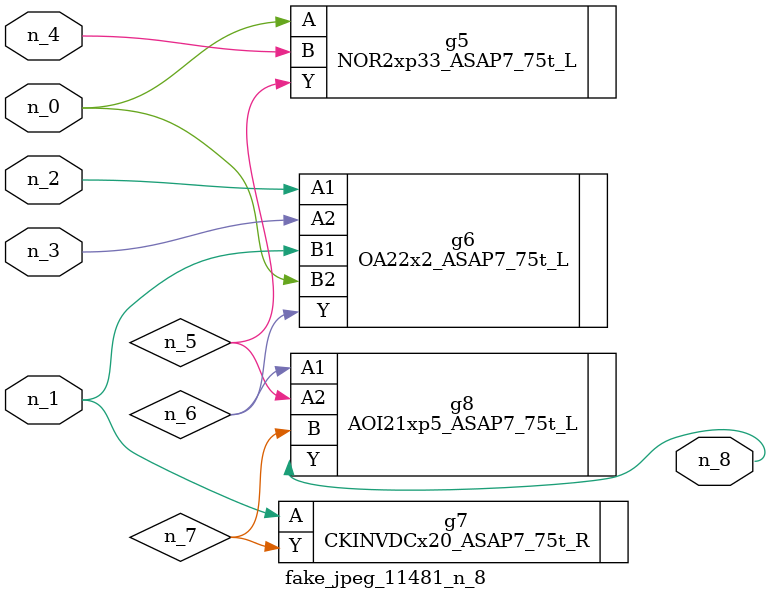
<source format=v>
module fake_jpeg_11481_n_8 (n_3, n_2, n_1, n_0, n_4, n_8);

input n_3;
input n_2;
input n_1;
input n_0;
input n_4;

output n_8;

wire n_6;
wire n_5;
wire n_7;

NOR2xp33_ASAP7_75t_L g5 ( 
.A(n_0),
.B(n_4),
.Y(n_5)
);

OA22x2_ASAP7_75t_L g6 ( 
.A1(n_2),
.A2(n_3),
.B1(n_1),
.B2(n_0),
.Y(n_6)
);

CKINVDCx20_ASAP7_75t_R g7 ( 
.A(n_1),
.Y(n_7)
);

AOI21xp5_ASAP7_75t_L g8 ( 
.A1(n_6),
.A2(n_5),
.B(n_7),
.Y(n_8)
);


endmodule
</source>
